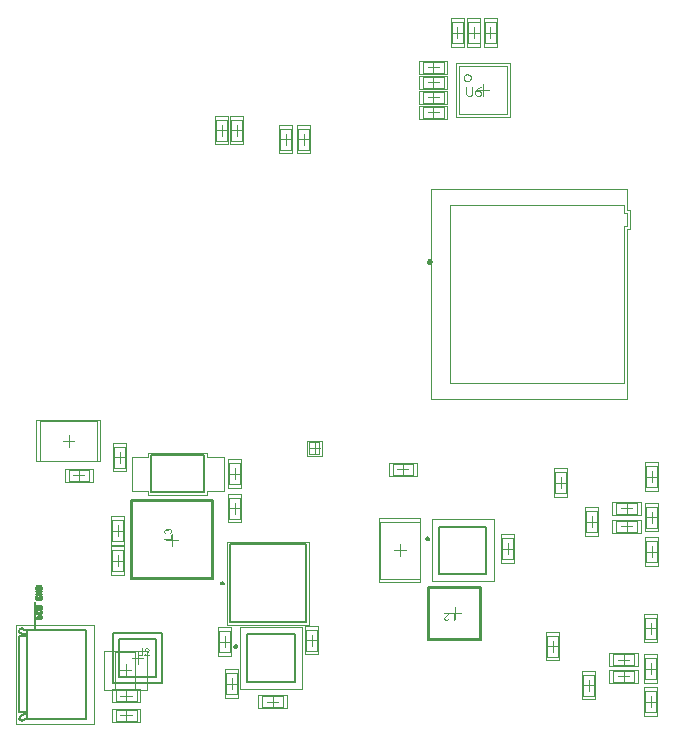
<source format=gm1>
%FSTAX23Y23*%
%MOIN*%
%SFA1B1*%

%IPPOS*%
%ADD10C,0.009449*%
%ADD13C,0.007874*%
%ADD14C,0.005000*%
%ADD16C,0.004000*%
%ADD17C,0.003937*%
%ADD18C,0.010000*%
%ADD19C,0.001969*%
%LNsolears_v1-1*%
%LPD*%
G36*
X01384Y01353D02*
Y01353D01*
Y01352*
Y01352*
Y01352*
X01384Y01352*
Y01351*
X01384Y01351*
X01384Y0135*
X01384Y01349*
X01384Y01348*
X01384Y01347*
X01384Y01347*
X01383Y01346*
Y01346*
X01383Y01346*
X01383Y01346*
X01383Y01346*
X01383Y01346*
X01383Y01345*
X01382Y01345*
X01382Y01344*
X01381Y01343*
X0138Y01343*
X0138*
X0138Y01343*
X0138Y01343*
X0138Y01343*
X0138Y01343*
X01379Y01342*
X01379Y01342*
X01379Y01342*
X01378Y01342*
X01378Y01342*
X01377Y01342*
X01377Y01342*
X01376Y01342*
X01376Y01342*
X01374Y01341*
X01374*
X01374Y01342*
X01374*
X01373Y01342*
X01373Y01342*
X01372Y01342*
X01371Y01342*
X01371Y01342*
X0137Y01342*
X01369Y01343*
X01369*
X01369Y01343*
X01368Y01343*
X01368Y01343*
X01368Y01343*
X01367Y01344*
X01367Y01344*
X01366Y01345*
X01366Y01345*
X01365Y01346*
Y01346*
X01365Y01346*
X01365Y01346*
X01365Y01347*
X01365Y01347*
X01365Y01347*
X01365Y01347*
X01365Y01348*
X01365Y01348*
X01365Y01349*
X01365Y01349*
X01365Y0135*
X01365Y0135*
X01365Y01351*
X01365Y01352*
Y01353*
Y01367*
X01368*
Y01353*
Y01353*
Y01352*
Y01352*
Y01352*
X01368Y01352*
Y01351*
X01368Y01351*
X01368Y0135*
X01368Y01349*
X01368Y01348*
X01368Y01348*
X01368Y01348*
X01368Y01348*
X01369Y01347*
X01369Y01347*
X01369Y01347*
X01369Y01346*
X0137Y01346*
X0137Y01346*
X01371Y01345*
X01371Y01345*
X01371Y01345*
X01371Y01345*
X01372Y01345*
X01372Y01345*
X01373Y01345*
X01373Y01345*
X01374Y01344*
X01375*
X01375Y01345*
X01375*
X01375Y01345*
X01376Y01345*
X01377Y01345*
X01378Y01345*
X01379Y01346*
X01379Y01346*
X01379Y01346*
X01379Y01346*
X01379Y01346*
X0138Y01346*
X0138Y01346*
X0138Y01347*
X0138Y01347*
X0138Y01347*
X0138Y01348*
X0138Y01348*
X0138Y01348*
X01381Y01349*
X01381Y0135*
X01381Y0135*
X01381Y01351*
X01381Y01352*
Y01353*
Y01367*
X01384*
Y01353*
G37*
G36*
X01398Y01367D02*
X01398Y01367D01*
X01398Y01367*
X01399Y01367*
X01399Y01367*
X014Y01367*
X01401Y01366*
X01401Y01366*
X01402Y01366*
X01402Y01366*
X01403Y01365*
X01403Y01365*
X01403Y01365*
X01403Y01365*
X01403Y01365*
X01403Y01365*
X01403Y01364*
X01404Y01364*
X01404Y01364*
X01404Y01363*
X01405Y01362*
X01405Y01362*
X01405Y01361*
X01405Y01361*
X01405Y0136*
Y0136*
Y0136*
X01405Y0136*
X01405Y01359*
X01405Y01359*
X01405Y01358*
X01404Y01358*
X01404Y01357*
X01404Y01357*
X01404Y01357*
X01404Y01357*
X01404Y01356*
X01403Y01356*
X01403Y01355*
X01403Y01355*
X01402Y01354*
X01402Y01354*
X01402Y01354*
X01402Y01354*
X01401Y01353*
X01401Y01353*
X01401Y01353*
X01401Y01353*
X014Y01352*
X014Y01352*
X014Y01352*
X01399Y01351*
X01399Y01351*
X01398Y0135*
X01397Y0135*
X01397Y0135*
X01397Y0135*
X01397Y0135*
X01397Y01349*
X01397Y01349*
X01396Y01349*
X01396Y01348*
X01395Y01348*
X01395Y01347*
X01394Y01347*
X01394Y01347*
X01394Y01347*
X01394Y01346*
X01394Y01346*
X01393Y01346*
X01393Y01346*
X01393Y01346*
X01393Y01346*
X01392Y01345*
X01405*
Y01342*
X01388*
Y01342*
Y01342*
Y01342*
X01388Y01343*
X01388Y01343*
X01388Y01343*
X01388Y01344*
X01389Y01344*
Y01344*
X01389Y01344*
X01389Y01344*
X01389Y01345*
X01389Y01345*
X01389Y01346*
X0139Y01346*
X0139Y01347*
X01391Y01347*
Y01347*
X01391Y01347*
X01391Y01348*
X01391Y01348*
X01392Y01349*
X01392Y01349*
X01393Y0135*
X01394Y0135*
X01395Y01351*
X01395Y01351*
X01395Y01351*
X01395Y01352*
X01395Y01352*
X01396Y01352*
X01396Y01352*
X01396Y01353*
X01397Y01353*
X01398Y01354*
X01399Y01355*
X01399Y01355*
X014Y01356*
X014Y01356*
X014Y01357*
Y01357*
X014Y01357*
X014Y01357*
X014Y01357*
X01401Y01357*
X01401Y01358*
X01401Y01358*
X01401Y01359*
X01402Y0136*
X01402Y0136*
Y0136*
Y0136*
X01402Y01361*
X01402Y01361*
X01401Y01361*
X01401Y01362*
X01401Y01362*
X01401Y01363*
X014Y01363*
X014Y01363*
X014Y01364*
X014Y01364*
X01399Y01364*
X01399Y01364*
X01398Y01364*
X01398Y01365*
X01397Y01365*
X01397*
X01396Y01365*
X01396Y01365*
X01396Y01364*
X01395Y01364*
X01394Y01364*
X01394Y01364*
X01393Y01363*
X01393Y01363*
X01393Y01363*
X01393Y01363*
X01393Y01362*
X01392Y01362*
X01392Y01361*
X01392Y0136*
X01392Y0136*
X01389Y0136*
Y0136*
X01389Y0136*
Y0136*
X01389Y01361*
X01389Y01361*
X01389Y01361*
X01389Y01362*
X01389Y01362*
X01389Y01363*
X0139Y01364*
X0139Y01364*
X0139Y01365*
X01391Y01365*
X01391Y01365*
X01391Y01365*
X01391Y01365*
X01391Y01366*
X01392Y01366*
X01392Y01366*
X01392Y01366*
X01392Y01366*
X01393Y01366*
X01393Y01366*
X01394Y01367*
X01394Y01367*
X01395Y01367*
X01395Y01367*
X01396Y01367*
X01396Y01367*
X01397Y01367*
X01397*
X01398Y01367*
G37*
G36*
X02423Y01459D02*
X02419D01*
Y01482*
X02407*
Y01485*
X02423*
Y01459*
G37*
G36*
X02405Y01484D02*
Y01484D01*
Y01484*
X02405Y01484*
X02405Y01483*
X02405Y01483*
X02405Y01483*
X02404Y01482*
Y01482*
X02404Y01482*
X02404Y01482*
X02404Y01482*
X02404Y01481*
X02404Y01481*
X02403Y0148*
X02403Y0148*
X02402Y01479*
Y01479*
X02402Y01479*
X02402Y01479*
X02402Y01478*
X02401Y01478*
X02401Y01477*
X024Y01477*
X02399Y01476*
X02398Y01475*
X02398Y01475*
X02398Y01475*
X02398Y01475*
X02398Y01475*
X02397Y01474*
X02397Y01474*
X02397Y01474*
X02396Y01473*
X02395Y01472*
X02394Y01472*
X02394Y01471*
X02393Y01471*
X02393Y0147*
X02393Y0147*
Y0147*
X02393Y0147*
X02393Y0147*
X02393Y0147*
X02392Y01469*
X02392Y01469*
X02392Y01468*
X02392Y01467*
X02391Y01467*
X02391Y01466*
Y01466*
Y01466*
X02391Y01466*
X02391Y01465*
X02392Y01465*
X02392Y01465*
X02392Y01464*
X02392Y01464*
X02393Y01463*
X02393Y01463*
X02393Y01463*
X02393Y01463*
X02394Y01462*
X02394Y01462*
X02395Y01462*
X02395Y01462*
X02396Y01462*
X02396*
X02396Y01462*
X02397Y01462*
X02397Y01462*
X02398Y01462*
X02399Y01462*
X02399Y01463*
X024Y01463*
X024Y01463*
X024Y01463*
X024Y01464*
X024Y01464*
X02401Y01465*
X02401Y01465*
X02401Y01466*
X02401Y01467*
X02404Y01466*
Y01466*
X02404Y01466*
Y01466*
X02404Y01466*
X02404Y01466*
X02404Y01465*
X02404Y01465*
X02404Y01464*
X02404Y01464*
X02403Y01463*
X02403Y01462*
X02403Y01462*
X02402Y01461*
X02402Y01461*
X02402Y01461*
X02402Y01461*
X02402Y01461*
X02401Y01461*
X02401Y01461*
X02401Y01461*
X02401Y0146*
X024Y0146*
X024Y0146*
X02399Y0146*
X02399Y0146*
X02398Y01459*
X02398Y01459*
X02397Y01459*
X02397Y01459*
X02396Y01459*
X02396*
X02395Y01459*
X02395Y01459*
X02395Y01459*
X02394Y01459*
X02394Y01459*
X02393Y0146*
X02392Y0146*
X02392Y0146*
X02391Y01461*
X02391Y01461*
X0239Y01461*
X0239Y01461*
X0239Y01461*
X0239Y01461*
X0239Y01462*
X0239Y01462*
X0239Y01462*
X02389Y01462*
X02389Y01463*
X02389Y01463*
X02388Y01464*
X02388Y01465*
X02388Y01465*
X02388Y01466*
X02388Y01466*
Y01466*
Y01466*
X02388Y01467*
X02388Y01467*
X02388Y01468*
X02388Y01468*
X02389Y01469*
X02389Y01469*
X02389Y01469*
X02389Y01469*
X02389Y0147*
X02389Y0147*
X0239Y01471*
X0239Y01471*
X0239Y01472*
X02391Y01472*
X02391Y01472*
X02391Y01473*
X02391Y01473*
X02392Y01473*
X02392Y01473*
X02392Y01473*
X02392Y01474*
X02393Y01474*
X02393Y01474*
X02393Y01475*
X02394Y01475*
X02394Y01476*
X02395Y01476*
X02396Y01477*
X02396Y01477*
X02396Y01477*
X02396Y01477*
X02396Y01477*
X02396Y01477*
X02397Y01477*
X02397Y01478*
X02398Y01478*
X02398Y01479*
X02399Y0148*
X02399Y0148*
X02399Y0148*
X02399Y0148*
X02399Y0148*
X024Y0148*
X024Y0148*
X024Y01481*
X024Y01481*
X02401Y01482*
X02388*
Y01485*
X02405*
Y01484*
G37*
G36*
X01473Y01765D02*
X01473Y01765D01*
X01473Y01765*
X01474Y01765*
X01474Y01765*
X01475Y01764*
X01475Y01764*
X01476Y01764*
X01476Y01764*
X01477Y01763*
X01477Y01763*
X01478Y01763*
X01478Y01762*
X01478Y01762*
X01478Y01762*
X01478Y01762*
X01478Y01762*
X01478Y01762*
X01479Y01761*
X01479Y01761*
X01479Y0176*
X01479Y0176*
X01479Y01759*
X0148Y01759*
X0148Y01758*
X0148Y01758*
X0148Y01757*
X0148Y01756*
Y01756*
X0148Y01756*
X0148Y01756*
X0148Y01755*
X0148Y01755*
X0148Y01755*
X01479Y01754*
X01479Y01753*
X01479Y01752*
X01479Y01752*
X01478Y01751*
X01478Y01751*
X01478Y01751*
X01478Y01751*
X01478Y01751*
X01478Y01751*
X01477Y0175*
X01477Y0175*
X01477Y0175*
X01477Y0175*
X01476Y0175*
X01476Y01749*
X01475Y01749*
X01474Y01749*
X01473Y01749*
X01473Y01748*
X01472Y01752*
X01472*
X01473Y01752*
X01473Y01752*
X01473Y01752*
X01473Y01752*
X01473Y01752*
X01474Y01752*
X01475Y01752*
X01475Y01753*
X01476Y01753*
X01476Y01753*
X01476Y01753*
X01476Y01754*
X01477Y01754*
X01477Y01754*
X01477Y01755*
X01477Y01755*
X01477Y01756*
X01477Y01756*
Y01757*
X01477Y01757*
X01477Y01757*
X01477Y01758*
X01477Y01758*
X01477Y01759*
X01476Y0176*
X01476Y0176*
X01476Y0176*
X01476Y0176*
X01475Y01761*
X01475Y01761*
X01474Y01761*
X01474Y01761*
X01473Y01762*
X01472Y01762*
X01472*
X01472*
X01472*
X01472Y01762*
X01471Y01762*
X01471Y01761*
X0147Y01761*
X0147Y01761*
X01469Y01761*
X01469Y0176*
X01469Y0176*
X01468Y0176*
X01468Y0176*
X01468Y01759*
X01468Y01759*
X01467Y01758*
X01467Y01757*
X01467Y01757*
Y01756*
X01467Y01756*
X01467Y01756*
X01467Y01755*
X01467Y01755*
X01468Y01755*
X01465Y01755*
Y01755*
X01465Y01755*
Y01756*
X01465Y01756*
X01465Y01757*
X01465Y01757*
X01464Y01758*
X01464Y01758*
X01464Y01759*
Y01759*
X01464Y01759*
X01464Y01759*
X01463Y01759*
X01463Y0176*
X01463Y0176*
X01462Y0176*
X01461Y0176*
X01461Y01761*
X01461*
X01461*
X01461*
X0146*
X0146Y0176*
X0146Y0176*
X01459Y0176*
X01459Y0176*
X01458Y0176*
X01458Y01759*
X01458Y01759*
X01458Y01759*
X01458Y01759*
X01457Y01759*
X01457Y01758*
X01457Y01758*
X01457Y01757*
X01457Y01756*
Y01756*
X01457Y01756*
X01457Y01755*
X01457Y01755*
X01457Y01754*
X01458Y01754*
X01458Y01753*
X01458Y01753*
X01458Y01753*
X01458Y01753*
X01459Y01753*
X01459Y01753*
X0146Y01752*
X0146Y01752*
X01461Y01752*
X01461Y01749*
X01461*
X01461Y01749*
X0146Y01749*
X0146Y01749*
X0146Y01749*
X0146Y01749*
X01459Y01749*
X01458Y0175*
X01457Y0175*
X01457Y01751*
X01456Y01751*
X01456Y01751*
X01456Y01751*
X01456Y01752*
X01456Y01752*
X01456Y01752*
X01455Y01752*
X01455Y01752*
X01455Y01753*
X01455Y01753*
X01454Y01754*
X01454Y01755*
X01454Y01756*
Y01757*
X01454Y01757*
X01454Y01758*
X01454Y01758*
X01455Y01759*
X01455Y01759*
X01455Y0176*
Y0176*
X01455Y0176*
X01455Y0176*
X01455Y01761*
X01456Y01761*
X01456Y01762*
X01456Y01762*
X01457Y01762*
X01458Y01763*
X01458Y01763*
X01458Y01763*
X01458Y01763*
X01458Y01763*
X01459Y01763*
X0146Y01764*
X0146Y01764*
X01461Y01764*
X01461*
X01461*
X01461Y01764*
X01462Y01764*
X01462Y01763*
X01463Y01763*
X01463Y01763*
X01464Y01763*
X01464Y01763*
X01464Y01763*
X01464Y01762*
X01465Y01762*
X01465Y01762*
X01465Y01761*
X01466Y01761*
X01466Y0176*
Y0176*
X01466Y0176*
X01466Y0176*
X01466Y01761*
X01466Y01761*
X01466Y01761*
X01467Y01762*
X01467Y01763*
X01467Y01763*
X01468Y01764*
X01468Y01764*
X01468Y01764*
X01469Y01764*
X01469Y01764*
X0147Y01765*
X0147Y01765*
X01471Y01765*
X01472Y01765*
X01472*
X01472*
X01472*
X01473Y01765*
G37*
G36*
X0148Y0173D02*
X01454D01*
Y01733*
X01477*
Y01746*
X0148*
Y0173*
G37*
G54D10*
X02342Y02657D02*
D01*
X02342Y02657*
X02342Y02657*
X02342Y02658*
X02342Y02658*
X02342Y02658*
X02342Y02659*
X02342Y02659*
X02341Y02659*
X02341Y02659*
X02341Y0266*
X02341Y0266*
X02341Y0266*
X0234Y0266*
X0234Y02661*
X0234Y02661*
X02339Y02661*
X02339Y02661*
X02339Y02661*
X02339Y02661*
X02338Y02661*
X02338Y02661*
X02338Y02661*
X02337*
X02337Y02661*
X02337Y02661*
X02336Y02661*
X02336Y02661*
X02336Y02661*
X02335Y02661*
X02335Y02661*
X02335Y02661*
X02334Y0266*
X02334Y0266*
X02334Y0266*
X02334Y0266*
X02334Y02659*
X02333Y02659*
X02333Y02659*
X02333Y02659*
X02333Y02658*
X02333Y02658*
X02333Y02658*
X02333Y02657*
X02333Y02657*
X02333Y02657*
X02333Y02656*
X02333Y02656*
X02333Y02656*
X02333Y02655*
X02333Y02655*
X02333Y02655*
X02333Y02654*
X02333Y02654*
X02334Y02654*
X02334Y02654*
X02334Y02653*
X02334Y02653*
X02334Y02653*
X02335Y02653*
X02335Y02653*
X02335Y02652*
X02336Y02652*
X02336Y02652*
X02336Y02652*
X02337Y02652*
X02337Y02652*
X02337Y02652*
X02338*
X02338Y02652*
X02338Y02652*
X02339Y02652*
X02339Y02652*
X02339Y02652*
X02339Y02652*
X0234Y02653*
X0234Y02653*
X0234Y02653*
X02341Y02653*
X02341Y02653*
X02341Y02654*
X02341Y02654*
X02341Y02654*
X02342Y02654*
X02342Y02655*
X02342Y02655*
X02342Y02655*
X02342Y02656*
X02342Y02656*
X02342Y02656*
X02342Y02657*
G54D13*
X01302Y01397D02*
X01427D01*
Y01272D02*
Y01397D01*
X01302Y01272D02*
X01427D01*
X01302D02*
Y01397D01*
X02338Y014D02*
X02507D01*
X02338D02*
Y01569D01*
X02507*
Y014D02*
Y01569D01*
X01346Y01601D02*
Y01859D01*
X01613*
Y01601D02*
Y01859D01*
X01346Y01601D02*
X01613D01*
X01282Y01417D02*
X01447D01*
Y01252D02*
Y01417D01*
X01282Y01252D02*
X01447D01*
X01282D02*
Y01417D01*
X02334Y01396D02*
X02511D01*
X02334D02*
Y01573D01*
X02511*
Y01396D02*
Y01573D01*
X01342Y01597D02*
Y01863D01*
X01617*
Y01597D02*
Y01863D01*
X01342Y01597D02*
X01617D01*
X01282Y01417D02*
X01447D01*
Y01252D02*
Y01417D01*
X01282Y01252D02*
X01447D01*
X01282D02*
Y01417D01*
X02334Y01396D02*
X02511D01*
X02334D02*
Y01573D01*
X02511*
Y01396D02*
Y01573D01*
X01342Y01597D02*
Y01863D01*
X01617*
Y01597D02*
Y01863D01*
X01342Y01597D02*
X01617D01*
X01652Y01585D02*
D01*
X01652Y01585*
X01652Y01585*
X01652Y01585*
X01652Y01586*
X01652Y01586*
X01652Y01586*
X01651Y01586*
X01651Y01587*
X01651Y01587*
X01651Y01587*
X01651Y01587*
X01651Y01587*
X0165Y01588*
X0165Y01588*
X0165Y01588*
X0165Y01588*
X01649Y01588*
X01649Y01588*
X01649Y01588*
X01649Y01588*
X01648Y01588*
X01648Y01588*
X01648*
X01648Y01588*
X01647Y01588*
X01647Y01588*
X01647Y01588*
X01646Y01588*
X01646Y01588*
X01646Y01588*
X01646Y01588*
X01646Y01588*
X01645Y01587*
X01645Y01587*
X01645Y01587*
X01645Y01587*
X01645Y01587*
X01644Y01586*
X01644Y01586*
X01644Y01586*
X01644Y01586*
X01644Y01585*
X01644Y01585*
X01644Y01585*
X01644Y01585*
X01644Y01584*
X01644Y01584*
X01644Y01584*
X01644Y01583*
X01644Y01583*
X01644Y01583*
X01644Y01583*
X01645Y01582*
X01645Y01582*
X01645Y01582*
X01645Y01582*
X01645Y01582*
X01646Y01581*
X01646Y01581*
X01646Y01581*
X01646Y01581*
X01646Y01581*
X01647Y01581*
X01647Y01581*
X01647Y01581*
X01648Y01581*
X01648Y01581*
X01648*
X01648Y01581*
X01649Y01581*
X01649Y01581*
X01649Y01581*
X01649Y01581*
X0165Y01581*
X0165Y01581*
X0165Y01581*
X0165Y01581*
X01651Y01582*
X01651Y01582*
X01651Y01582*
X01651Y01582*
X01651Y01582*
X01651Y01583*
X01652Y01583*
X01652Y01583*
X01652Y01583*
X01652Y01584*
X01652Y01584*
X01652Y01584*
X01652Y01585*
X02336Y01733D02*
D01*
X02336Y01733*
X02336Y01733*
X02336Y01734*
X02336Y01734*
X02336Y01734*
X02336Y01734*
X02336Y01735*
X02336Y01735*
X02336Y01735*
X02335Y01735*
X02335Y01736*
X02335Y01736*
X02335Y01736*
X02335Y01736*
X02334Y01736*
X02334Y01736*
X02334Y01737*
X02334Y01737*
X02333Y01737*
X02333Y01737*
X02333Y01737*
X02333Y01737*
X02332*
X02332Y01737*
X02332Y01737*
X02331Y01737*
X02331Y01737*
X02331Y01737*
X02331Y01736*
X0233Y01736*
X0233Y01736*
X0233Y01736*
X0233Y01736*
X0233Y01736*
X02329Y01735*
X02329Y01735*
X02329Y01735*
X02329Y01735*
X02329Y01734*
X02329Y01734*
X02329Y01734*
X02329Y01734*
X02328Y01733*
X02328Y01733*
X02328Y01733*
X02328Y01733*
X02328Y01732*
X02329Y01732*
X02329Y01732*
X02329Y01732*
X02329Y01731*
X02329Y01731*
X02329Y01731*
X02329Y01731*
X02329Y0173*
X0233Y0173*
X0233Y0173*
X0233Y0173*
X0233Y0173*
X0233Y01729*
X02331Y01729*
X02331Y01729*
X02331Y01729*
X02331Y01729*
X02332Y01729*
X02332Y01729*
X02332Y01729*
X02333*
X02333Y01729*
X02333Y01729*
X02333Y01729*
X02334Y01729*
X02334Y01729*
X02334Y01729*
X02334Y01729*
X02335Y0173*
X02335Y0173*
X02335Y0173*
X02335Y0173*
X02335Y0173*
X02336Y01731*
X02336Y01731*
X02336Y01731*
X02336Y01731*
X02336Y01732*
X02336Y01732*
X02336Y01732*
X02336Y01732*
X02336Y01733*
X02336Y01733*
X01696Y01374D02*
D01*
X01696Y01374*
X01695Y01374*
X01695Y01375*
X01695Y01375*
X01695Y01375*
X01695Y01375*
X01695Y01376*
X01695Y01376*
X01695Y01376*
X01695Y01376*
X01694Y01377*
X01694Y01377*
X01694Y01377*
X01694Y01377*
X01694Y01377*
X01693Y01377*
X01693Y01378*
X01693Y01378*
X01693Y01378*
X01692Y01378*
X01692Y01378*
X01692Y01378*
X01691*
X01691Y01378*
X01691Y01378*
X01691Y01378*
X0169Y01378*
X0169Y01378*
X0169Y01377*
X0169Y01377*
X01689Y01377*
X01689Y01377*
X01689Y01377*
X01689Y01377*
X01689Y01376*
X01688Y01376*
X01688Y01376*
X01688Y01376*
X01688Y01375*
X01688Y01375*
X01688Y01375*
X01688Y01375*
X01688Y01374*
X01688Y01374*
X01688Y01374*
X01688Y01374*
X01688Y01373*
X01688Y01373*
X01688Y01373*
X01688Y01373*
X01688Y01372*
X01688Y01372*
X01688Y01372*
X01688Y01372*
X01689Y01371*
X01689Y01371*
X01689Y01371*
X01689Y01371*
X01689Y01371*
X0169Y0137*
X0169Y0137*
X0169Y0137*
X0169Y0137*
X01691Y0137*
X01691Y0137*
X01691Y0137*
X01691Y0137*
X01692*
X01692Y0137*
X01692Y0137*
X01693Y0137*
X01693Y0137*
X01693Y0137*
X01693Y0137*
X01694Y0137*
X01694Y01371*
X01694Y01371*
X01694Y01371*
X01694Y01371*
X01695Y01371*
X01695Y01372*
X01695Y01372*
X01695Y01372*
X01695Y01372*
X01695Y01373*
X01695Y01373*
X01695Y01373*
X01695Y01373*
X01696Y01374*
X01696Y01374*
G54D14*
X00997Y01131D02*
D01*
X00996Y01131*
X00995Y01132*
X00994Y01132*
X00993Y01132*
X00993Y01132*
X00992Y01132*
X00991Y01132*
X0099Y01132*
X00989Y01132*
X00989Y01132*
X00988Y01132*
X00987Y01132*
X00986Y01131*
X00986Y01131*
X00985Y0113*
X00984Y0113*
X00984Y01129*
X00983Y01129*
X00982Y01128*
X00982Y01128*
X00981Y01127*
X00981Y01126*
X00981Y01126*
X00993Y01147D02*
D01*
X00991Y01147*
X0099Y01147*
X00989Y01147*
X00988Y01147*
X00986Y01147*
X00985Y01147*
X00984Y01147*
X00983Y01146*
X00982Y01146*
X0098Y01145*
X00979Y01145*
X00978Y01144*
X00977Y01143*
X00976Y01142*
X00975Y01141*
X00975Y01141*
X00974Y0114*
X00973Y01138*
X00972Y01137*
X00972Y01136*
X00971Y01135*
X00971Y01134*
X00971Y01133*
X00981Y01435D02*
D01*
X00981Y01435*
X00982Y01434*
X00982Y01433*
X00983Y01433*
X00983Y01432*
X00984Y01432*
X00984Y01431*
X00985Y01431*
X00986Y0143*
X00987Y0143*
X00987Y0143*
X00988Y01429*
X00989Y01429*
X0099Y01429*
X00991Y01429*
X00991Y01429*
X00992Y01429*
X00993Y01429*
X00994Y01429*
X00995Y0143*
X00995Y0143*
X00996Y0143*
X00997Y0143*
X00969Y01428D02*
D01*
X00969Y01427*
X0097Y01426*
X0097Y01424*
X00971Y01423*
X00972Y01422*
X00973Y01421*
X00974Y0142*
X00974Y01419*
X00975Y01418*
X00977Y01417*
X00978Y01417*
X00979Y01416*
X0098Y01415*
X00981Y01415*
X00983Y01415*
X00984Y01414*
X00985Y01414*
X00987Y01414*
X00988Y01414*
X00989Y01414*
X00991Y01414*
X00992Y01414*
X00993Y01415*
X01193Y01131D02*
Y0143D01*
X01022D02*
X01193D01*
X00995D02*
X01022D01*
X00995Y01131D02*
Y0143D01*
Y01131D02*
X00997D01*
X01193*
X00971Y01133D02*
X00981Y01126D01*
X00971Y01155D02*
X00993D01*
X00971D02*
Y01407D01*
X00993*
X00969Y01428D02*
X00981Y01435D01*
X01022Y0143D02*
Y01523D01*
X01674Y01714D02*
X01925D01*
Y01455D02*
Y01714D01*
X01674Y01455D02*
X01925D01*
X01674D02*
Y01714D01*
X02371Y01616D02*
Y01773D01*
X02528Y01616D02*
Y01773D01*
X02371D02*
X02528D01*
X02371Y01616D02*
X02528D01*
X01411Y02011D02*
X01588D01*
Y01888D02*
Y02011D01*
X01411Y01888D02*
X01588D01*
X01411D02*
Y02011D01*
X01729Y01254D02*
Y01415D01*
X0189Y01254D02*
Y01415D01*
X01729D02*
X0189D01*
X01729Y01254D02*
X0189D01*
G54D16*
X02461Y0324D02*
Y03215D01*
X02466Y0321*
X02476*
X02481Y03215*
Y0324*
X02511D02*
X02501Y03235D01*
X02491Y03225*
Y03215*
X02496Y0321*
X02506*
X02511Y03215*
Y0322*
X02506Y03225*
X02491*
X02461Y0324D02*
Y03215D01*
X02466Y0321*
X02476*
X02481Y03215*
Y0324*
X02511D02*
X02501Y03235D01*
X02491Y03225*
Y03215*
X02496Y0321*
X02506*
X02511Y03215*
Y0322*
X02506Y03225*
X02491*
G54D17*
X02476Y0327D02*
D01*
X02476Y0327*
X02476Y03271*
X02476Y03272*
X02475Y03273*
X02475Y03274*
X02475Y03274*
X02474Y03275*
X02474Y03276*
X02474Y03276*
X02473Y03277*
X02473Y03278*
X02472Y03278*
X02471Y03279*
X02471Y03279*
X0247Y0328*
X02469Y0328*
X02468Y0328*
X02468Y03281*
X02467Y03281*
X02466Y03281*
X02465Y03281*
X02464Y03281*
X02464*
X02463Y03281*
X02462Y03281*
X02461Y03281*
X0246Y03281*
X0246Y0328*
X02459Y0328*
X02458Y0328*
X02457Y03279*
X02457Y03279*
X02456Y03278*
X02456Y03278*
X02455Y03277*
X02454Y03276*
X02454Y03276*
X02454Y03275*
X02453Y03274*
X02453Y03274*
X02453Y03273*
X02452Y03272*
X02452Y03271*
X02452Y0327*
X02452Y0327*
X02452Y03269*
X02452Y03268*
X02452Y03267*
X02453Y03266*
X02453Y03265*
X02453Y03265*
X02454Y03264*
X02454Y03263*
X02454Y03263*
X02455Y03262*
X02456Y03261*
X02456Y03261*
X02457Y0326*
X02457Y0326*
X02458Y03259*
X02459Y03259*
X0246Y03259*
X0246Y03258*
X02461Y03258*
X02462Y03258*
X02463Y03258*
X02464Y03258*
X02464*
X02465Y03258*
X02466Y03258*
X02467Y03258*
X02468Y03258*
X02468Y03259*
X02469Y03259*
X0247Y03259*
X02471Y0326*
X02471Y0326*
X02472Y03261*
X02473Y03261*
X02473Y03262*
X02474Y03263*
X02474Y03263*
X02474Y03264*
X02475Y03265*
X02475Y03265*
X02475Y03266*
X02476Y03267*
X02476Y03268*
X02476Y03269*
X02476Y0327*
X03061Y01724D02*
X03098D01*
X03061Y01655D02*
X03098D01*
Y01724*
X03061Y01655D02*
Y01724D01*
Y01839D02*
X03098D01*
X03061Y0177D02*
X03098D01*
Y01839*
X03061Y0177D02*
Y01839D01*
Y01974D02*
X03098D01*
X03061Y01905D02*
X03098D01*
Y01974*
X03061Y01905D02*
Y01974D01*
X02756Y01954D02*
X02793D01*
X02756Y01885D02*
X02793D01*
Y01954*
X02756Y01885D02*
Y01954D01*
X0296Y01756D02*
Y01793D01*
X03029Y01756D02*
Y01793D01*
X0296D02*
X03029D01*
X0296Y01756D02*
X03029D01*
X0296Y01816D02*
Y01853D01*
X03029Y01816D02*
Y01853D01*
X0296D02*
X03029D01*
X0296Y01816D02*
X03029D01*
X02851Y01279D02*
X02888D01*
X02851Y0121D02*
X02888D01*
Y01279*
X02851Y0121D02*
Y01279D01*
X03056Y01469D02*
X03093D01*
X03056Y014D02*
X03093D01*
Y01469*
X03056Y014D02*
Y01469D01*
X02731Y01409D02*
X02768D01*
X02731Y0134D02*
X02768D01*
Y01409*
X02731Y0134D02*
Y01409D01*
X0295Y01256D02*
Y01293D01*
X03019Y01256D02*
Y01293D01*
X0295D02*
X03019D01*
X0295Y01256D02*
X03019D01*
X0295Y01311D02*
Y01348D01*
X03019Y01311D02*
Y01348D01*
X0295D02*
X03019D01*
X0295Y01311D02*
X03019D01*
X03056Y01334D02*
X03093D01*
X03056Y01265D02*
X03093D01*
Y01334*
X03056Y01265D02*
Y01334D01*
Y01224D02*
X03093D01*
X03056Y01155D02*
X03093D01*
Y01224*
X03056Y01155D02*
Y01224D01*
X01204Y01926D02*
Y01963D01*
X01135Y01926D02*
Y01963D01*
Y01926D02*
X01204D01*
X01135Y01963D02*
X01204D01*
X01676Y03129D02*
X01713D01*
X01676Y0306D02*
X01713D01*
Y03129*
X01676Y0306D02*
Y03129D01*
X01626D02*
X01663D01*
X01626Y0306D02*
X01663D01*
Y03129*
X01626Y0306D02*
Y03129D01*
X0104Y02126D02*
X01229D01*
X0104Y01993D02*
X01229D01*
X0104D02*
Y02126D01*
X01229Y01993D02*
Y02126D01*
X02215Y01946D02*
Y01983D01*
X02284Y01946D02*
Y01983D01*
X02215D02*
X02284D01*
X02215Y01946D02*
X02284D01*
X02861Y01824D02*
X02898D01*
X02861Y01755D02*
X02898D01*
Y01824*
X02861Y01755D02*
Y01824D01*
X01901Y03099D02*
X01938D01*
X01901Y0303D02*
X01938D01*
Y03099*
X01901Y0303D02*
Y03099D01*
X01841D02*
X01878D01*
X01841Y0303D02*
X01878D01*
Y03099*
X01841Y0303D02*
Y03099D01*
X02986Y02253D02*
Y02775D01*
X02405Y02253D02*
X02986D01*
X02405D02*
Y02846D01*
X02986Y02775D02*
X02996D01*
Y02818*
X02986D02*
X02996D01*
X02986D02*
Y02846D01*
X02405D02*
X02986D01*
X02435Y03149D02*
Y0331D01*
X02597Y03149D02*
Y0331D01*
X02435D02*
X02597D01*
X02435Y03149D02*
X02597D01*
X02385Y03236D02*
Y03273D01*
X02316Y03236D02*
Y03273D01*
Y03236D02*
X02385D01*
X02316Y03273D02*
X02385D01*
Y03286D02*
Y03323D01*
X02316Y03286D02*
Y03323D01*
Y03286D02*
X02385D01*
X02316Y03323D02*
X02385D01*
Y03186D02*
Y03223D01*
X02316Y03186D02*
Y03223D01*
Y03186D02*
X02385D01*
X02316Y03223D02*
X02385D01*
Y03136D02*
Y03173D01*
X02316Y03136D02*
Y03173D01*
Y03136D02*
X02385D01*
X02316Y03173D02*
X02385D01*
X02412Y03454D02*
X0245D01*
X02412Y03385D02*
X0245D01*
Y03454*
X02412Y03385D02*
Y03454D01*
X02522D02*
X0256D01*
X02522Y03385D02*
X0256D01*
Y03454*
X02522Y03385D02*
Y03454D01*
X02467D02*
X02505D01*
X02467Y03385D02*
X02505D01*
Y03454*
X02467Y03385D02*
Y03454D01*
X01971Y02014D02*
Y02055D01*
X01938Y02014D02*
Y02055D01*
Y02014D02*
X01971D01*
X01938Y02055D02*
X01971D01*
X01291Y01356D02*
X01358D01*
X01291Y01233D02*
X01358D01*
Y01356*
X01291Y01233D02*
Y01356D01*
X01293Y01191D02*
Y01228D01*
X01362Y01191D02*
Y01228D01*
X01293D02*
X01362D01*
X01293Y01191D02*
X01362D01*
X01293Y01126D02*
Y01163D01*
X01362Y01126D02*
Y01163D01*
X01293D02*
X01362D01*
X01293Y01126D02*
X01362D01*
X02306Y016D02*
Y01789D01*
X02173Y016D02*
Y01789D01*
X02306*
X02173Y016D02*
X02306D01*
X01281Y01625D02*
X01318D01*
X01281Y01694D02*
X01318D01*
X01281Y01625D02*
Y01694D01*
X01318Y01625D02*
Y01694D01*
X01281Y01725D02*
X01318D01*
X01281Y01794D02*
X01318D01*
X01281Y01725D02*
Y01794D01*
X01318Y01725D02*
Y01794D01*
X01671Y01915D02*
X01708D01*
X01671Y01984D02*
X01708D01*
X01671Y01915D02*
Y01984D01*
X01708Y01915D02*
Y01984D01*
X01671Y018D02*
X01708D01*
X01671Y01869D02*
X01708D01*
X01671Y018D02*
Y01869D01*
X01708Y018D02*
Y01869D01*
X01286Y0197D02*
X01323D01*
X01286Y02039D02*
X01323D01*
X01286Y0197D02*
Y02039D01*
X01323Y0197D02*
Y02039D01*
X01926Y01429D02*
X01963D01*
X01926Y0136D02*
X01963D01*
Y01429*
X01926Y0136D02*
Y01429D01*
X01661Y01215D02*
X01698D01*
X01661Y01284D02*
X01698D01*
X01661Y01215D02*
Y01284D01*
X01698Y01215D02*
Y01284D01*
X01636Y01424D02*
X01673D01*
X01636Y01355D02*
X01673D01*
Y01424*
X01636Y01355D02*
Y01424D01*
X01849Y01171D02*
Y01208D01*
X0178Y01171D02*
Y01208D01*
Y01171D02*
X01849D01*
X0178Y01208D02*
X01849D01*
X02581Y01734D02*
X02618D01*
X02581Y01665D02*
X02618D01*
Y01734*
X02581Y01665D02*
Y01734D01*
X03058Y01737D02*
X03101D01*
X03058Y01642D02*
X03101D01*
Y01737*
X03058Y01642D02*
Y01737D01*
X0308Y01671D02*
Y01708D01*
X03061Y0169D02*
X03098D01*
X03058Y01852D02*
X03101D01*
X03058Y01757D02*
X03101D01*
Y01852*
X03058Y01757D02*
Y01852D01*
X0308Y01786D02*
Y01823D01*
X03061Y01805D02*
X03098D01*
X03058Y01987D02*
X03101D01*
X03058Y01892D02*
X03101D01*
Y01987*
X03058Y01892D02*
Y01987D01*
X0308Y01921D02*
Y01958D01*
X03061Y0194D02*
X03098D01*
X02753Y01967D02*
X02796D01*
X02753Y01872D02*
X02796D01*
Y01967*
X02753Y01872D02*
Y01967D01*
X02775Y01901D02*
Y01938D01*
X02756Y0192D02*
X02793D01*
X02947Y01753D02*
Y01796D01*
X03042Y01753D02*
Y01796D01*
X02947D02*
X03042D01*
X02947Y01753D02*
X03042D01*
X02976Y01775D02*
X03013D01*
X02995Y01756D02*
Y01793D01*
X02947Y01813D02*
Y01856D01*
X03042Y01813D02*
Y01856D01*
X02947D02*
X03042D01*
X02947Y01813D02*
X03042D01*
X02976Y01835D02*
X03013D01*
X02995Y01816D02*
Y01853D01*
X02848Y01292D02*
X02891D01*
X02848Y01197D02*
X02891D01*
Y01292*
X02848Y01197D02*
Y01292D01*
X0287Y01226D02*
Y01263D01*
X02851Y01245D02*
X02888D01*
X03053Y01482D02*
X03096D01*
X03053Y01387D02*
X03096D01*
Y01482*
X03053Y01387D02*
Y01482D01*
X03075Y01416D02*
Y01453D01*
X03056Y01435D02*
X03093D01*
X02728Y01422D02*
X02771D01*
X02728Y01327D02*
X02771D01*
Y01422*
X02728Y01327D02*
Y01422D01*
X0275Y01356D02*
Y01393D01*
X02731Y01375D02*
X02768D01*
X02937Y01253D02*
Y01296D01*
X03032Y01253D02*
Y01296D01*
X02937D02*
X03032D01*
X02937Y01253D02*
X03032D01*
X02966Y01275D02*
X03003D01*
X02985Y01256D02*
Y01293D01*
X02937Y01308D02*
Y01351D01*
X03032Y01308D02*
Y01351D01*
X02937D02*
X03032D01*
X02937Y01308D02*
X03032D01*
X02966Y0133D02*
X03003D01*
X02985Y01311D02*
Y01348D01*
X03053Y01347D02*
X03096D01*
X03053Y01252D02*
X03096D01*
Y01347*
X03053Y01252D02*
Y01347D01*
X03075Y01281D02*
Y01318D01*
X03056Y013D02*
X03093D01*
X03053Y01237D02*
X03096D01*
X03053Y01142D02*
X03096D01*
Y01237*
X03053Y01142D02*
Y01237D01*
X03075Y01171D02*
Y01208D01*
X03056Y0119D02*
X03093D01*
X01217Y01923D02*
Y01966D01*
X01122Y01923D02*
Y01966D01*
Y01923D02*
X01217D01*
X01122Y01966D02*
X01217D01*
X01151Y01945D02*
X01188D01*
X0117Y01926D02*
Y01963D01*
X01673Y03142D02*
X01716D01*
X01673Y03047D02*
X01716D01*
Y03142*
X01673Y03047D02*
Y03142D01*
X01695Y03076D02*
Y03113D01*
X01676Y03095D02*
X01713D01*
X01623Y03142D02*
X01666D01*
X01623Y03047D02*
X01666D01*
Y03142*
X01623Y03047D02*
Y03142D01*
X01645Y03076D02*
Y03113D01*
X01626Y03095D02*
X01663D01*
X01135Y0204D02*
Y02079D01*
X01115Y0206D02*
X01154D01*
X01028Y02128D02*
X01241D01*
X01028Y01991D02*
X01241D01*
X01028D02*
Y02128D01*
X01241Y01991D02*
Y02128D01*
X02202Y01943D02*
Y01986D01*
X02297Y01943D02*
Y01986D01*
X02202D02*
X02297D01*
X02202Y01943D02*
X02297D01*
X02231Y01965D02*
X02268D01*
X0225Y01946D02*
Y01983D01*
X02858Y01837D02*
X02901D01*
X02858Y01742D02*
X02901D01*
Y01837*
X02858Y01742D02*
Y01837D01*
X0288Y01771D02*
Y01808D01*
X02861Y0179D02*
X02898D01*
X01898Y03112D02*
X01941D01*
X01898Y03017D02*
X01941D01*
Y03112*
X01898Y03017D02*
Y03112D01*
X0192Y03046D02*
Y03083D01*
X01901Y03065D02*
X01938D01*
X01838Y03112D02*
X01881D01*
X01838Y03017D02*
X01881D01*
Y03112*
X01838Y03017D02*
Y03112D01*
X0186Y03046D02*
Y03083D01*
X01841Y03065D02*
X01878D01*
X02496Y0323D02*
X02536D01*
X02516Y0321D02*
Y03249D01*
X02398Y03233D02*
Y03276D01*
X02304Y03233D02*
Y03276D01*
Y03233D02*
X02398D01*
X02304Y03276D02*
X02398D01*
X02332Y03255D02*
X0237D01*
X02351Y03236D02*
Y03273D01*
X02398Y03283D02*
Y03326D01*
X02304Y03283D02*
Y03326D01*
Y03283D02*
X02398D01*
X02304Y03326D02*
X02398D01*
X02332Y03305D02*
X0237D01*
X02351Y03286D02*
Y03323D01*
X02398Y03183D02*
Y03226D01*
X02304Y03183D02*
Y03226D01*
Y03183D02*
X02398D01*
X02304Y03226D02*
X02398D01*
X02332Y03205D02*
X0237D01*
X02351Y03186D02*
Y03223D01*
X02398Y03133D02*
Y03176D01*
X02304Y03133D02*
Y03176D01*
Y03133D02*
X02398D01*
X02304Y03176D02*
X02398D01*
X02332Y03155D02*
X0237D01*
X02351Y03136D02*
Y03173D01*
X02409Y03467D02*
X02452D01*
X02409Y03372D02*
X02452D01*
Y03467*
X02409Y03372D02*
Y03467D01*
X02431Y03401D02*
Y03438D01*
X02412Y0342D02*
X0245D01*
X02519Y03467D02*
X02562D01*
X02519Y03372D02*
X02562D01*
Y03467*
X02519Y03372D02*
Y03467D01*
X02541Y03401D02*
Y03438D01*
X02522Y0342D02*
X0256D01*
X02464Y03467D02*
X02507D01*
X02464Y03372D02*
X02507D01*
Y03467*
X02464Y03372D02*
Y03467D01*
X02486Y03401D02*
Y03438D01*
X02467Y0342D02*
X02505D01*
X01935Y02035D02*
X01974D01*
X01955Y02015D02*
Y02054D01*
X01325Y01275D02*
Y01314D01*
X01305Y01295D02*
X01344D01*
X0128Y01188D02*
Y01231D01*
X01374Y01188D02*
Y01231D01*
X0128D02*
X01374D01*
X0128Y01188D02*
X01374D01*
X01308Y0121D02*
X01346D01*
X01327Y01191D02*
Y01228D01*
X0128Y01123D02*
Y01166D01*
X01374Y01123D02*
Y01166D01*
X0128D02*
X01374D01*
X0128Y01123D02*
X01374D01*
X01308Y01145D02*
X01346D01*
X01327Y01126D02*
Y01163D01*
X0222Y01695D02*
X02259D01*
X0224Y01675D02*
Y01714D01*
X02308Y01588D02*
Y01801D01*
X02171Y01588D02*
Y01801D01*
X02308*
X02171Y01588D02*
X02308D01*
X01278Y01612D02*
X01321D01*
X01278Y01707D02*
X01321D01*
X01278Y01612D02*
Y01707D01*
X01321Y01612D02*
Y01707D01*
X013Y01641D02*
Y01678D01*
X01281Y0166D02*
X01318D01*
X01278Y01712D02*
X01321D01*
X01278Y01807D02*
X01321D01*
X01278Y01712D02*
Y01807D01*
X01321Y01712D02*
Y01807D01*
X013Y01741D02*
Y01778D01*
X01281Y0176D02*
X01318D01*
X01668Y01902D02*
X01711D01*
X01668Y01997D02*
X01711D01*
X01668Y01902D02*
Y01997D01*
X01711Y01902D02*
Y01997D01*
X0169Y01931D02*
Y01968D01*
X01671Y0195D02*
X01708D01*
X01668Y01787D02*
X01711D01*
X01668Y01882D02*
X01711D01*
X01668Y01787D02*
Y01882D01*
X01711Y01787D02*
Y01882D01*
X0169Y01816D02*
Y01853D01*
X01671Y01835D02*
X01708D01*
X01283Y01957D02*
X01326D01*
X01283Y02052D02*
X01326D01*
X01283Y01957D02*
Y02052D01*
X01326Y01957D02*
Y02052D01*
X01305Y01986D02*
Y02023D01*
X01286Y02005D02*
X01323D01*
X01923Y01442D02*
X01966D01*
X01923Y01347D02*
X01966D01*
Y01442*
X01923Y01347D02*
Y01442D01*
X01945Y01376D02*
Y01413D01*
X01926Y01395D02*
X01963D01*
X01658Y01202D02*
X01701D01*
X01658Y01297D02*
X01701D01*
X01658Y01202D02*
Y01297D01*
X01701Y01202D02*
Y01297D01*
X0168Y01231D02*
Y01268D01*
X01661Y0125D02*
X01698D01*
X01633Y01437D02*
X01676D01*
X01633Y01342D02*
X01676D01*
Y01437*
X01633Y01342D02*
Y01437D01*
X01655Y01371D02*
Y01408D01*
X01636Y0139D02*
X01673D01*
X01862Y01168D02*
Y01211D01*
X01767Y01168D02*
Y01211D01*
Y01168D02*
X01862D01*
X01767Y01211D02*
X01862D01*
X01796Y0119D02*
X01833D01*
X01815Y01171D02*
Y01208D01*
X02578Y01747D02*
X02621D01*
X02578Y01652D02*
X02621D01*
Y01747*
X02578Y01652D02*
Y01747D01*
X026Y01681D02*
Y01718D01*
X02581Y017D02*
X02618D01*
X01345Y01335D02*
X01384D01*
X01365Y01315D02*
Y01354D01*
X02403Y01485D02*
X02443D01*
X02423Y01465D02*
Y01504D01*
X0148Y0171D02*
Y0175D01*
X0146Y0173D02*
X01499D01*
G54D18*
X01028Y01468D02*
X01044D01*
Y01476*
X01041Y01478*
X01036*
X01033Y01476*
Y01468*
X01041Y01494D02*
X01044Y01492D01*
Y01486*
X01041Y01484*
X01031*
X01028Y01486*
Y01492*
X01031Y01494*
X01044Y015D02*
X01028D01*
Y01508*
X01031Y0151*
X01033*
X01036Y01508*
Y015*
Y01508*
X01039Y0151*
X01041*
X01044Y01508*
Y015*
Y01542D02*
Y01532D01*
X01028*
Y01542*
X01036Y01532D02*
Y01537D01*
X01028Y01548D02*
X01044D01*
X01028Y01558*
X01044*
Y01564D02*
X01028D01*
Y01572*
X01031Y01574*
X01041*
X01044Y01572*
Y01564*
G54D19*
X02342Y022D02*
Y02899D01*
X02996*
X02342Y022D02*
X02996D01*
Y02765*
X03006*
Y02828*
X02996D02*
X03006D01*
X02996D02*
Y02899D01*
X02425Y03139D02*
Y0332D01*
Y03139D02*
X02606D01*
Y0332*
X02425D02*
X02606D01*
X0198Y02009D02*
Y0206D01*
X01929Y02009D02*
Y0206D01*
Y02009D02*
X0198D01*
X01929Y0206D02*
X0198D01*
X01252Y01359D02*
X01397D01*
X01252Y0123D02*
X01397D01*
Y01359*
X01252Y0123D02*
Y01359D01*
X00961Y01115D02*
X01221D01*
X00961D02*
Y01446D01*
X01221*
Y01115D02*
Y01446D01*
X01664Y01446D02*
Y01723D01*
Y01446D02*
X01935D01*
Y01723*
X01664D02*
X01935D01*
X02552Y01592D02*
Y01797D01*
X02347Y01592D02*
Y01797D01*
X02552*
X02347Y01592D02*
X02552D01*
X01346Y01893D02*
Y02006D01*
Y01893D02*
X01401D01*
Y01879D02*
Y01893D01*
Y01879D02*
X01598D01*
Y01893*
X01653*
Y02006*
X01598D02*
X01653D01*
X01598D02*
Y0202D01*
X01401D02*
X01598D01*
X01401Y02006D02*
Y0202D01*
X01346Y02006D02*
X01401D01*
X01912Y01232D02*
Y01437D01*
X01707Y01232D02*
Y01437D01*
X01912*
X01707Y01232D02*
X01912D01*
M02*
</source>
